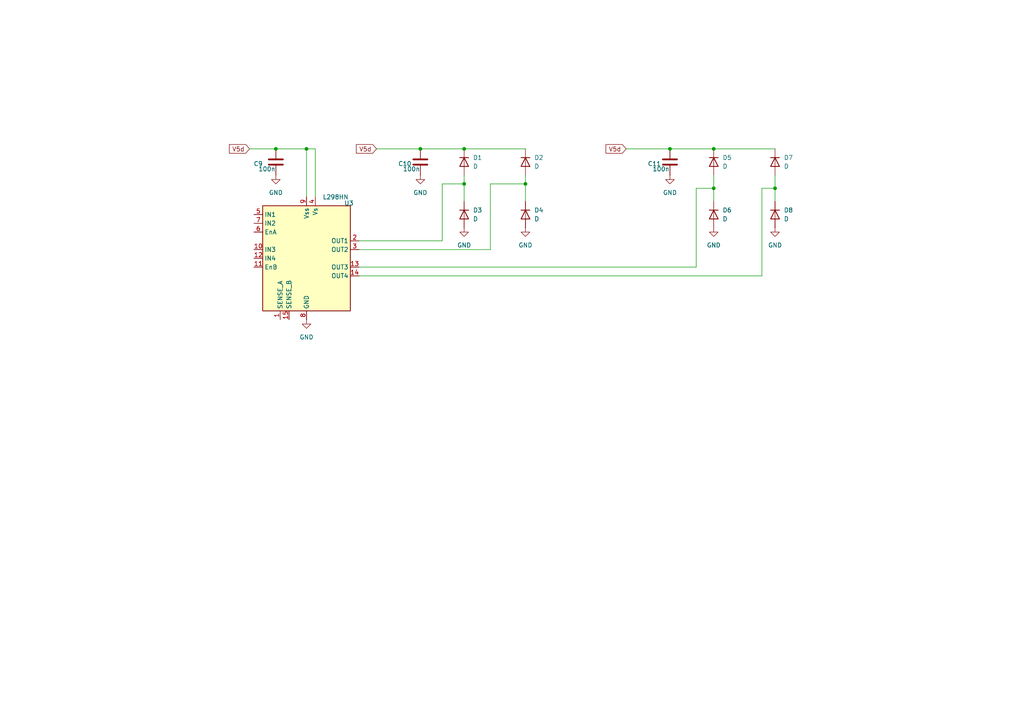
<source format=kicad_sch>
(kicad_sch (version 20250114) (generator "eeschema") (generator_version "9.0")
  (paper "A4")
  (lib_symbols
    (symbol "Device:C" (pin_numbers (hide yes)) (pin_names (offset 0.254))
      (property "Reference" "C" (at 0.635 2.54 0))
      (property "Value" "C" (at 0.635 -2.54 0))
      (symbol "C_0_1"
        (polyline (pts (xy -2.032 0.762) (xy 2.032 0.762)) (stroke (width 0.508)))
        (polyline (pts (xy -2.032 -0.762) (xy 2.032 -0.762)) (stroke (width 0.508)))
      )
      (symbol "C_1_1"
        (pin passive line (at 0 3.81 270) (length 2.794) (name "~") (number "1"))
        (pin passive line (at 0 -3.81 90) (length 2.794) (name "~") (number "2"))
      )
    )
    (symbol "Device:D" (pin_numbers (hide yes)) (pin_names (offset 1.016) (hide yes))
      (property "Reference" "D" (at 0 2.54 0))
      (property "Value" "D" (at 0 -2.54 0))
      (symbol "D_0_1"
        (polyline (pts (xy -1.27 1.27) (xy -1.27 -1.27)) (stroke (width 0.254)))
        (polyline (pts (xy 1.27 1.27) (xy 1.27 -1.27) (xy -1.27 0) (xy 1.27 1.27)) (stroke (width 0.254)))
        (polyline (pts (xy 1.27 0) (xy -1.27 0)))
      )
      (symbol "D_1_1"
        (pin passive line (at -3.81 0 0) (length 2.54) (name "K") (number "1"))
        (pin passive line (at 3.81 0 180) (length 2.54) (name "A") (number "2"))
      )
    )
    (symbol "Driver_Motor:L298HN"
      (property "Reference" "U" (at -10.16 16.51 0))
      (property "Value" "L298HN" (at 12.7 16.51 0))
      (symbol "L298HN_0_1"
        (rectangle (start -12.7 15.24) (end 12.7 -15.24) (stroke (width 0.254)) (fill (type background)))
      )
      (symbol "L298HN_1_1"
        (pin input line (at -15.24 12.7 0) (length 2.54) (name "IN1") (number "5"))
        (pin input line (at -15.24 10.16 0) (length 2.54) (name "IN2") (number "7"))
        (pin input line (at -15.24 7.62 0) (length 2.54) (name "EnA") (number "6"))
        (pin input line (at -15.24 2.54 0) (length 2.54) (name "IN3") (number "10"))
        (pin input line (at -15.24 0 0) (length 2.54) (name "IN4") (number "12"))
        (pin input line (at -15.24 -2.54 0) (length 2.54) (name "EnB") (number "11"))
        (pin input line (at -7.62 -17.78 90) (length 2.54) (name "SENSE_A") (number "1"))
        (pin input line (at -5.08 -17.78 90) (length 2.54) (name "SENSE_B") (number "15"))
        (pin power_in line (at 0 17.78 270) (length 2.54) (name "Vss") (number "9"))
        (pin power_in line (at 0 -17.78 90) (length 2.54) (name "GND") (number "8"))
        (pin power_in line (at 2.54 17.78 270) (length 2.54) (name "Vs") (number "4"))
        (pin output line (at 15.24 5.08 180) (length 2.54) (name "OUT1") (number "2"))
        (pin output line (at 15.24 2.54 180) (length 2.54) (name "OUT2") (number "3"))
        (pin output line (at 15.24 -2.54 180) (length 2.54) (name "OUT3") (number "13"))
        (pin output line (at 15.24 -5.08 180) (length 2.54) (name "OUT4") (number "14"))
      )
    )
    (symbol "power:GND" (power) (pin_numbers (hide yes)) (pin_names (offset 0) (hide yes))
      (property "Value" "GND" (at 0 -3.81 0))
      (symbol "GND_0_1"
        (polyline (pts (xy 0 0) (xy 0 -1.27) (xy 1.27 -1.27) (xy 0 -2.54) (xy -1.27 -1.27) (xy 0 -1.27)))
      )
      (symbol "GND_1_1"
        (pin power_in line (at 0 0 270) (length 0) (name "~") (number "1"))
      )
    )
  )
  (junction (at 152.4 53.34))
  (junction (at 207.01 54.61))
  (junction (at 134.62 43.18))
  (junction (at 194.31 43.18))
  (junction (at 88.9 43.18))
  (junction (at 80.01 43.18))
  (junction (at 224.79 54.61))
  (junction (at 134.62 53.34))
  (junction (at 121.92 43.18))
  (junction (at 207.01 43.18))
  (wire (pts (xy 152.4 53.34) (xy 152.4 58.42)))
  (wire (pts (xy 207.01 50.8) (xy 207.01 54.61)))
  (wire (pts (xy 181.61 43.18) (xy 194.31 43.18)))
  (wire (pts (xy 104.14 72.39) (xy 142.24 72.39)))
  (wire (pts (xy 224.79 50.8) (xy 224.79 54.61)))
  (wire (pts (xy 109.22 43.18) (xy 121.92 43.18)))
  (wire (pts (xy 142.24 72.39) (xy 142.24 53.34)))
  (wire (pts (xy 128.27 53.34) (xy 134.62 53.34)))
  (wire (pts (xy 134.62 53.34) (xy 134.62 58.42)))
  (wire (pts (xy 104.14 69.85) (xy 128.27 69.85)))
  (wire (pts (xy 104.14 77.47) (xy 201.93 77.47)))
  (wire (pts (xy 104.14 80.01) (xy 220.98 80.01)))
  (wire (pts (xy 220.98 80.01) (xy 220.98 54.61)))
  (wire (pts (xy 201.93 77.47) (xy 201.93 54.61)))
  (wire (pts (xy 121.92 43.18) (xy 134.62 43.18)))
  (wire (pts (xy 72.39 43.18) (xy 80.01 43.18)))
  (wire (pts (xy 152.4 50.8) (xy 152.4 53.34)))
  (wire (pts (xy 128.27 69.85) (xy 128.27 53.34)))
  (wire (pts (xy 201.93 54.61) (xy 207.01 54.61)))
  (wire (pts (xy 142.24 53.34) (xy 152.4 53.34)))
  (wire (pts (xy 220.98 54.61) (xy 224.79 54.61)))
  (wire (pts (xy 91.44 43.18) (xy 91.44 57.15)))
  (wire (pts (xy 88.9 43.18) (xy 91.44 43.18)))
  (wire (pts (xy 80.01 43.18) (xy 88.9 43.18)))
  (wire (pts (xy 207.01 43.18) (xy 224.79 43.18)))
  (wire (pts (xy 88.9 43.18) (xy 88.9 57.15)))
  (wire (pts (xy 134.62 50.8) (xy 134.62 53.34)))
  (wire (pts (xy 194.31 43.18) (xy 207.01 43.18)))
  (wire (pts (xy 134.62 43.18) (xy 152.4 43.18)))
  (wire (pts (xy 207.01 54.61) (xy 207.01 58.42)))
  (wire (pts (xy 224.79 54.61) (xy 224.79 58.42)))
  (global_label "V5d" (shape input) (at 72.39 43.18 180) (property "Intersheetrefs" "${INTERSHEET_REFS}" (effects (hide yes))))
  (global_label "V5d" (shape input) (at 109.22 43.18 180) (property "Intersheetrefs" "${INTERSHEET_REFS}" (effects (hide yes))))
  (global_label "V5d" (shape input) (at 181.61 43.18 180) (property "Intersheetrefs" "${INTERSHEET_REFS}" (effects (hide yes))))
  (symbol (lib_id "power:GND") (at 224.79 66.04 0) (unit 1)
    (property "Reference" "#PWR011" (effects (hide yes)))
    (property "Value" "GND" (at 224.79 71.12 0))
    (property "Description" "Power symbol creates a global label with name \"GND\" , ground" (effects (hide yes)))
  )
  (symbol (lib_id "Device:D") (at 152.4 62.23 270) (unit 1)
    (property "Reference" "D4" (at 154.94 60.9599 90) (effects (justify left)))
    (property "Value" "D" (at 154.94 63.4999 90) (effects (justify left)))
    (property "Description" "Diode" (effects (hide yes)))
    (property "Sim.Device" "D" (effects (hide yes)))
    (property "Sim.Pins" "1=K 2=A" (effects (hide yes)))
  )
  (symbol (lib_id "Device:D") (at 134.62 46.99 270) (unit 1)
    (property "Reference" "D1" (at 137.16 45.7199 90) (effects (justify left)))
    (property "Value" "D" (at 137.16 48.2599 90) (effects (justify left)))
    (property "Description" "Diode" (effects (hide yes)))
    (property "Sim.Device" "D" (effects (hide yes)))
    (property "Sim.Pins" "1=K 2=A" (effects (hide yes)))
  )
  (symbol (lib_id "power:GND") (at 80.01 50.8 0) (unit 1)
    (property "Reference" "#PWR05" (effects (hide yes)))
    (property "Value" "GND" (at 80.01 55.88 0))
    (property "Description" "Power symbol creates a global label with name \"GND\" , ground" (effects (hide yes)))
  )
  (symbol (lib_id "Device:D") (at 224.79 46.99 270) (unit 1)
    (property "Reference" "D7" (at 227.33 45.7199 90) (effects (justify left)))
    (property "Value" "D" (at 227.33 48.2599 90) (effects (justify left)))
    (property "Description" "Diode" (effects (hide yes)))
    (property "Sim.Device" "D" (effects (hide yes)))
    (property "Sim.Pins" "1=K 2=A" (effects (hide yes)))
  )
  (symbol (lib_id "Device:D") (at 207.01 46.99 270) (unit 1)
    (property "Reference" "D5" (at 209.55 45.7199 90) (effects (justify left)))
    (property "Value" "D" (at 209.55 48.2599 90) (effects (justify left)))
    (property "Description" "Diode" (effects (hide yes)))
    (property "Sim.Device" "D" (effects (hide yes)))
    (property "Sim.Pins" "1=K 2=A" (effects (hide yes)))
  )
  (symbol (lib_id "power:GND") (at 88.9 92.71 0) (unit 1)
    (property "Reference" "#PWR04" (effects (hide yes)))
    (property "Value" "GND" (at 88.9 97.79 0))
    (property "Description" "Power symbol creates a global label with name \"GND\" , ground" (effects (hide yes)))
  )
  (symbol (lib_id "Device:D") (at 207.01 62.23 270) (unit 1)
    (property "Reference" "D6" (at 209.55 60.9599 90) (effects (justify left)))
    (property "Value" "D" (at 209.55 63.4999 90) (effects (justify left)))
    (property "Description" "Diode" (effects (hide yes)))
    (property "Sim.Device" "D" (effects (hide yes)))
    (property "Sim.Pins" "1=K 2=A" (effects (hide yes)))
  )
  (symbol (lib_id "Device:C") (at 121.92 46.99 0) (unit 1)
    (property "Reference" "C10" (at 115.4587 47.4979 0) (effects (justify left)))
    (property "Value" "100n" (at 116.84 49.022 0) (effects (justify left)))
    (property "Description" "Unpolarized capacitor" (effects (hide yes)))
  )
  (symbol (lib_id "power:GND") (at 207.01 66.04 0) (unit 1)
    (property "Reference" "#PWR010" (effects (hide yes)))
    (property "Value" "GND" (at 207.01 71.12 0))
    (property "Description" "Power symbol creates a global label with name \"GND\" , ground" (effects (hide yes)))
  )
  (symbol (lib_id "power:GND") (at 134.62 66.04 0) (unit 1)
    (property "Reference" "#PWR06" (effects (hide yes)))
    (property "Value" "GND" (at 134.62 71.12 0))
    (property "Description" "Power symbol creates a global label with name \"GND\" , ground" (effects (hide yes)))
  )
  (symbol (lib_id "Device:D") (at 134.62 62.23 270) (unit 1)
    (property "Reference" "D3" (at 137.16 60.9599 90) (effects (justify left)))
    (property "Value" "D" (at 137.16 63.4999 90) (effects (justify left)))
    (property "Description" "Diode" (effects (hide yes)))
    (property "Sim.Device" "D" (effects (hide yes)))
    (property "Sim.Pins" "1=K 2=A" (effects (hide yes)))
  )
  (symbol (lib_id "Device:C") (at 80.01 46.99 0) (unit 1)
    (property "Reference" "C9" (at 73.5487 47.4979 0) (effects (justify left)))
    (property "Value" "100n" (at 74.93 49.022 0) (effects (justify left)))
    (property "Description" "Unpolarized capacitor" (effects (hide yes)))
  )
  (symbol (lib_id "Device:D") (at 152.4 46.99 270) (unit 1)
    (property "Reference" "D2" (at 154.94 45.7199 90) (effects (justify left)))
    (property "Value" "D" (at 154.94 48.2599 90) (effects (justify left)))
    (property "Description" "Diode" (effects (hide yes)))
    (property "Sim.Device" "D" (effects (hide yes)))
    (property "Sim.Pins" "1=K 2=A" (effects (hide yes)))
  )
  (symbol (lib_id "Device:C") (at 194.31 46.99 0) (unit 1)
    (property "Reference" "C11" (at 187.8487 47.4979 0) (effects (justify left)))
    (property "Value" "100n" (at 189.23 49.022 0) (effects (justify left)))
    (property "Description" "Unpolarized capacitor" (effects (hide yes)))
  )
  (symbol (lib_id "power:GND") (at 152.4 66.04 0) (unit 1)
    (property "Reference" "#PWR07" (effects (hide yes)))
    (property "Value" "GND" (at 152.4 71.12 0))
    (property "Description" "Power symbol creates a global label with name \"GND\" , ground" (effects (hide yes)))
  )
  (symbol (lib_id "power:GND") (at 194.31 50.8 0) (unit 1)
    (property "Reference" "#PWR09" (effects (hide yes)))
    (property "Value" "GND" (at 194.31 55.88 0))
    (property "Description" "Power symbol creates a global label with name \"GND\" , ground" (effects (hide yes)))
  )
  (symbol (lib_id "Device:D") (at 224.79 62.23 270) (unit 1)
    (property "Reference" "D8" (at 227.33 60.9599 90) (effects (justify left)))
    (property "Value" "D" (at 227.33 63.4999 90) (effects (justify left)))
    (property "Description" "Diode" (effects (hide yes)))
    (property "Sim.Device" "D" (effects (hide yes)))
    (property "Sim.Pins" "1=K 2=A" (effects (hide yes)))
  )
  (symbol (lib_id "Driver_Motor:L298HN") (at 88.9 74.93 0) (unit 1)
    (property "Reference" "U3" (at 99.822 58.928 0) (effects (justify left)))
    (property "Value" "L298HN" (at 93.5833 57.15 0) (effects (justify left)))
    (property "Footprint" "Package_TO_SOT_THT:TO-220-15_P2.54x2.54mm_StaggerOdd_Lead5.84mm_TabDown" (effects (hide yes)))
    (property "Datasheet" "http://www.st.com/st-web-ui/static/active/en/resource/technical/document/datasheet/CD00000240.pdf" (effects (hide yes)))
    (property "Description" "Dual full bridge motor driver, up to 46V, 4A, Multiwatt15-H" (effects (hide yes)))
  )
  (symbol (lib_id "power:GND") (at 121.92 50.8 0) (unit 1)
    (property "Reference" "#PWR08" (effects (hide yes)))
    (property "Value" "GND" (at 121.92 55.88 0))
    (property "Description" "Power symbol creates a global label with name \"GND\" , ground" (effects (hide yes)))
  )
)
</source>
